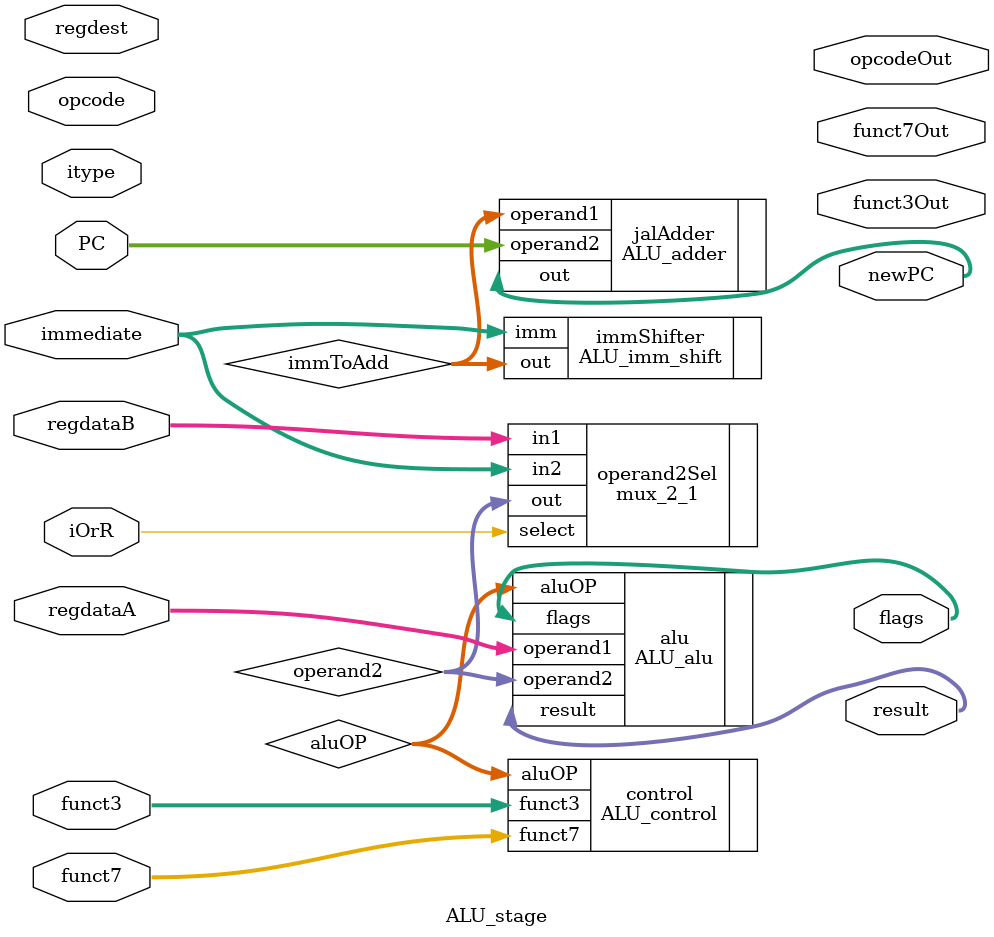
<source format=v>
`include "ALU_alu.v"
`include "ALU_control.v"
`include "mux_3_1.v"
`include "mux_2_1.v"
`include "ALU_adder.v"
`include "ALU_imm_shift.v"

module ALU_stage
(
    //These will be replaced with a single large input from
    input [31:0] regdataA,
    input [31:0] regdataB,
    input [31:0] PC,
    input [31:0] immediate,
    input [2:0] itype, 
    input [6:0] opcode,
    input [2:0] funct3,
    input [6:0] funct7,
    input [4:0] regdest,
    input iOrR,
    output [31:0] result,
    output [2:0] flags,
    output [2:0] funct3Out,
    output [6:0] funct7Out,
    output [6:0] opcodeOut,
    output [31:0] newPC
);

/*
    iOrR generated by control unit and stored in the pipereg
    0: reg2
    1: immediate  
*/

// Wire from operand2 select to alu
wire [31:0] operand2;

//Wire from control to alu (aluOP)
wire [3:0] aluOP;

//Wire from immediate shifter to adder (jal/branch)
wire [31:0] immToAdd;

ALU_imm_shift immShifter
(
    .imm(immediate),
    .out(immToAdd)
);

ALU_adder jalAdder
(
    .operand1(immToAdd),
    .operand2(PC),
    .out(newPC)
);

mux_2_1 operand2Sel 
(
    .in1(regdataB),
    .in2(immediate),
    .select(iOrR),
    .out(operand2)
);

ALU_control control
(
    .funct3(funct3),
    .funct7(funct7),
    .aluOP(aluOP)
);

ALU_alu alu
(
    .aluOP(aluOP),
    .operand1(regdataA),
    .operand2(operand2),
    .result(result),
    .flags(flags)
);

endmodule
</source>
